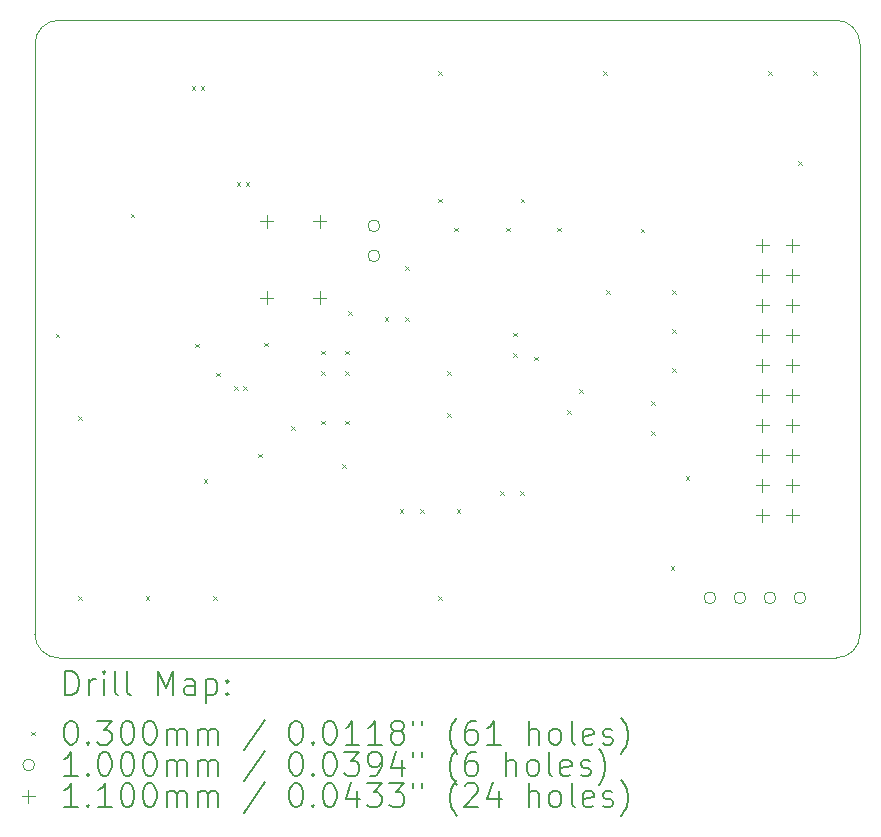
<source format=gbr>
%TF.GenerationSoftware,KiCad,Pcbnew,9.0.0*%
%TF.CreationDate,2025-07-06T16:44:18-05:00*%
%TF.ProjectId,silver-platter,73696c76-6572-42d7-906c-61747465722e,rev?*%
%TF.SameCoordinates,Original*%
%TF.FileFunction,Drillmap*%
%TF.FilePolarity,Positive*%
%FSLAX45Y45*%
G04 Gerber Fmt 4.5, Leading zero omitted, Abs format (unit mm)*
G04 Created by KiCad (PCBNEW 9.0.0) date 2025-07-06 16:44:18*
%MOMM*%
%LPD*%
G01*
G04 APERTURE LIST*
%ADD10C,0.050000*%
%ADD11C,0.200000*%
%ADD12C,0.100000*%
%ADD13C,0.110000*%
G04 APERTURE END LIST*
D10*
X11811000Y-7502500D02*
G75*
G02*
X12011000Y-7302500I200000J0D01*
G01*
X11811000Y-12500000D02*
X11811000Y-7502500D01*
X18796000Y-12500000D02*
G75*
G02*
X18596000Y-12700000I-200000J0D01*
G01*
X12011000Y-7302500D02*
X18596000Y-7302500D01*
X18596000Y-12700000D02*
X12011000Y-12700000D01*
X18796000Y-7502500D02*
X18796000Y-12500000D01*
X18596000Y-7302500D02*
G75*
G02*
X18796000Y-7502500I0J-200000D01*
G01*
X12011000Y-12700000D02*
G75*
G02*
X11811000Y-12500000I0J200000D01*
G01*
D11*
D12*
X11986500Y-9954500D02*
X12016500Y-9984500D01*
X12016500Y-9954500D02*
X11986500Y-9984500D01*
X12177000Y-10653000D02*
X12207000Y-10683000D01*
X12207000Y-10653000D02*
X12177000Y-10683000D01*
X12177000Y-12177000D02*
X12207000Y-12207000D01*
X12207000Y-12177000D02*
X12177000Y-12207000D01*
X12621500Y-8938500D02*
X12651500Y-8968500D01*
X12651500Y-8938500D02*
X12621500Y-8968500D01*
X12748500Y-12177000D02*
X12778500Y-12207000D01*
X12778500Y-12177000D02*
X12748500Y-12207000D01*
X13139550Y-7861650D02*
X13169550Y-7891650D01*
X13169550Y-7861650D02*
X13139550Y-7891650D01*
X13167600Y-10038650D02*
X13197600Y-10068650D01*
X13197600Y-10038650D02*
X13167600Y-10068650D01*
X13215750Y-7861650D02*
X13245750Y-7891650D01*
X13245750Y-7861650D02*
X13215750Y-7891650D01*
X13239100Y-11186400D02*
X13269100Y-11216400D01*
X13269100Y-11186400D02*
X13239100Y-11216400D01*
X13320000Y-12177000D02*
X13350000Y-12207000D01*
X13350000Y-12177000D02*
X13320000Y-12207000D01*
X13346500Y-10287350D02*
X13376500Y-10317350D01*
X13376500Y-10287350D02*
X13346500Y-10317350D01*
X13497800Y-10399000D02*
X13527800Y-10429000D01*
X13527800Y-10399000D02*
X13497800Y-10429000D01*
X13520550Y-8674450D02*
X13550550Y-8704450D01*
X13550550Y-8674450D02*
X13520550Y-8704450D01*
X13574000Y-10399000D02*
X13604000Y-10429000D01*
X13604000Y-10399000D02*
X13574000Y-10429000D01*
X13596750Y-8674450D02*
X13626750Y-8704450D01*
X13626750Y-8674450D02*
X13596750Y-8704450D01*
X13701000Y-10970500D02*
X13731000Y-11000500D01*
X13731000Y-10970500D02*
X13701000Y-11000500D01*
X13751800Y-10033350D02*
X13781800Y-10063350D01*
X13781800Y-10033350D02*
X13751800Y-10063350D01*
X13980400Y-10739250D02*
X14010400Y-10769250D01*
X14010400Y-10739250D02*
X13980400Y-10769250D01*
X14234400Y-10099500D02*
X14264400Y-10129500D01*
X14264400Y-10099500D02*
X14234400Y-10129500D01*
X14234400Y-10272000D02*
X14264400Y-10302000D01*
X14264400Y-10272000D02*
X14234400Y-10302000D01*
X14234400Y-10693750D02*
X14264400Y-10723750D01*
X14264400Y-10693750D02*
X14234400Y-10723750D01*
X14412200Y-11059400D02*
X14442200Y-11089400D01*
X14442200Y-11059400D02*
X14412200Y-11089400D01*
X14437600Y-10099500D02*
X14467600Y-10129500D01*
X14467600Y-10099500D02*
X14437600Y-10129500D01*
X14437600Y-10272000D02*
X14467600Y-10302000D01*
X14467600Y-10272000D02*
X14437600Y-10302000D01*
X14437600Y-10693750D02*
X14467600Y-10723750D01*
X14467600Y-10693750D02*
X14437600Y-10723750D01*
X14463000Y-9764000D02*
X14493000Y-9794000D01*
X14493000Y-9764000D02*
X14463000Y-9794000D01*
X14773100Y-9814800D02*
X14803100Y-9844800D01*
X14803100Y-9814800D02*
X14773100Y-9844800D01*
X14900100Y-11440400D02*
X14930100Y-11470400D01*
X14930100Y-11440400D02*
X14900100Y-11470400D01*
X14945600Y-9383000D02*
X14975600Y-9413000D01*
X14975600Y-9383000D02*
X14945600Y-9413000D01*
X14945600Y-9814800D02*
X14975600Y-9844800D01*
X14975600Y-9814800D02*
X14945600Y-9844800D01*
X15072600Y-11440400D02*
X15102600Y-11470400D01*
X15102600Y-11440400D02*
X15072600Y-11470400D01*
X15225000Y-7732000D02*
X15255000Y-7762000D01*
X15255000Y-7732000D02*
X15225000Y-7762000D01*
X15225000Y-8811500D02*
X15255000Y-8841500D01*
X15255000Y-8811500D02*
X15225000Y-8841500D01*
X15225000Y-12177000D02*
X15255000Y-12207000D01*
X15255000Y-12177000D02*
X15225000Y-12207000D01*
X15301200Y-10272000D02*
X15331200Y-10302000D01*
X15331200Y-10272000D02*
X15301200Y-10302000D01*
X15301200Y-10627600D02*
X15331200Y-10657600D01*
X15331200Y-10627600D02*
X15301200Y-10657600D01*
X15361700Y-9059400D02*
X15391700Y-9089400D01*
X15391700Y-9059400D02*
X15361700Y-9089400D01*
X15382700Y-11440400D02*
X15412700Y-11470400D01*
X15412700Y-11440400D02*
X15382700Y-11470400D01*
X15748350Y-11288000D02*
X15778350Y-11318000D01*
X15778350Y-11288000D02*
X15748350Y-11318000D01*
X15803200Y-9059400D02*
X15833200Y-9089400D01*
X15833200Y-9059400D02*
X15803200Y-9089400D01*
X15860000Y-9947100D02*
X15890000Y-9977100D01*
X15890000Y-9947100D02*
X15860000Y-9977100D01*
X15860000Y-10119600D02*
X15890000Y-10149600D01*
X15890000Y-10119600D02*
X15860000Y-10149600D01*
X15920850Y-11288000D02*
X15950850Y-11318000D01*
X15950850Y-11288000D02*
X15920850Y-11318000D01*
X15923500Y-8811500D02*
X15953500Y-8841500D01*
X15953500Y-8811500D02*
X15923500Y-8841500D01*
X16037800Y-10150300D02*
X16067800Y-10180300D01*
X16067800Y-10150300D02*
X16037800Y-10180300D01*
X16235000Y-9059400D02*
X16265000Y-9089400D01*
X16265000Y-9059400D02*
X16235000Y-9089400D01*
X16317200Y-10602200D02*
X16347200Y-10632200D01*
X16347200Y-10602200D02*
X16317200Y-10632200D01*
X16418800Y-10424400D02*
X16448800Y-10454400D01*
X16448800Y-10424400D02*
X16418800Y-10454400D01*
X16622000Y-7732000D02*
X16652000Y-7762000D01*
X16652000Y-7732000D02*
X16622000Y-7762000D01*
X16647400Y-9586200D02*
X16677400Y-9616200D01*
X16677400Y-9586200D02*
X16647400Y-9616200D01*
X16939500Y-9065500D02*
X16969500Y-9095500D01*
X16969500Y-9065500D02*
X16939500Y-9095500D01*
X17028400Y-10526000D02*
X17058400Y-10556000D01*
X17058400Y-10526000D02*
X17028400Y-10556000D01*
X17028400Y-10780000D02*
X17058400Y-10810000D01*
X17058400Y-10780000D02*
X17028400Y-10810000D01*
X17193500Y-11923000D02*
X17223500Y-11953000D01*
X17223500Y-11923000D02*
X17193500Y-11953000D01*
X17206200Y-9586200D02*
X17236200Y-9616200D01*
X17236200Y-9586200D02*
X17206200Y-9616200D01*
X17206200Y-9916400D02*
X17236200Y-9946400D01*
X17236200Y-9916400D02*
X17206200Y-9946400D01*
X17206200Y-10246600D02*
X17236200Y-10276600D01*
X17236200Y-10246600D02*
X17206200Y-10276600D01*
X17320500Y-11161000D02*
X17350500Y-11191000D01*
X17350500Y-11161000D02*
X17320500Y-11191000D01*
X18019000Y-7732000D02*
X18049000Y-7762000D01*
X18049000Y-7732000D02*
X18019000Y-7762000D01*
X18273000Y-8494000D02*
X18303000Y-8524000D01*
X18303000Y-8494000D02*
X18273000Y-8524000D01*
X18400000Y-7732000D02*
X18430000Y-7762000D01*
X18430000Y-7732000D02*
X18400000Y-7762000D01*
X14731200Y-9042400D02*
G75*
G02*
X14631200Y-9042400I-50000J0D01*
G01*
X14631200Y-9042400D02*
G75*
G02*
X14731200Y-9042400I50000J0D01*
G01*
X14731200Y-9296400D02*
G75*
G02*
X14631200Y-9296400I-50000J0D01*
G01*
X14631200Y-9296400D02*
G75*
G02*
X14731200Y-9296400I50000J0D01*
G01*
X17576000Y-12192000D02*
G75*
G02*
X17476000Y-12192000I-50000J0D01*
G01*
X17476000Y-12192000D02*
G75*
G02*
X17576000Y-12192000I50000J0D01*
G01*
X17830000Y-12192000D02*
G75*
G02*
X17730000Y-12192000I-50000J0D01*
G01*
X17730000Y-12192000D02*
G75*
G02*
X17830000Y-12192000I50000J0D01*
G01*
X18084000Y-12192000D02*
G75*
G02*
X17984000Y-12192000I-50000J0D01*
G01*
X17984000Y-12192000D02*
G75*
G02*
X18084000Y-12192000I50000J0D01*
G01*
X18338000Y-12192000D02*
G75*
G02*
X18238000Y-12192000I-50000J0D01*
G01*
X18238000Y-12192000D02*
G75*
G02*
X18338000Y-12192000I50000J0D01*
G01*
D13*
X13774000Y-8947000D02*
X13774000Y-9057000D01*
X13719000Y-9002000D02*
X13829000Y-9002000D01*
X13774000Y-9597000D02*
X13774000Y-9707000D01*
X13719000Y-9652000D02*
X13829000Y-9652000D01*
X14224000Y-8947000D02*
X14224000Y-9057000D01*
X14169000Y-9002000D02*
X14279000Y-9002000D01*
X14224000Y-9597000D02*
X14224000Y-9707000D01*
X14169000Y-9652000D02*
X14279000Y-9652000D01*
X17970500Y-9152500D02*
X17970500Y-9262500D01*
X17915500Y-9207500D02*
X18025500Y-9207500D01*
X17970500Y-9406500D02*
X17970500Y-9516500D01*
X17915500Y-9461500D02*
X18025500Y-9461500D01*
X17970500Y-9660500D02*
X17970500Y-9770500D01*
X17915500Y-9715500D02*
X18025500Y-9715500D01*
X17970500Y-9914500D02*
X17970500Y-10024500D01*
X17915500Y-9969500D02*
X18025500Y-9969500D01*
X17970500Y-10168500D02*
X17970500Y-10278500D01*
X17915500Y-10223500D02*
X18025500Y-10223500D01*
X17970500Y-10422500D02*
X17970500Y-10532500D01*
X17915500Y-10477500D02*
X18025500Y-10477500D01*
X17970500Y-10676500D02*
X17970500Y-10786500D01*
X17915500Y-10731500D02*
X18025500Y-10731500D01*
X17970500Y-10930500D02*
X17970500Y-11040500D01*
X17915500Y-10985500D02*
X18025500Y-10985500D01*
X17970500Y-11184500D02*
X17970500Y-11294500D01*
X17915500Y-11239500D02*
X18025500Y-11239500D01*
X17970500Y-11438500D02*
X17970500Y-11548500D01*
X17915500Y-11493500D02*
X18025500Y-11493500D01*
X18224500Y-9152500D02*
X18224500Y-9262500D01*
X18169500Y-9207500D02*
X18279500Y-9207500D01*
X18224500Y-9406500D02*
X18224500Y-9516500D01*
X18169500Y-9461500D02*
X18279500Y-9461500D01*
X18224500Y-9660500D02*
X18224500Y-9770500D01*
X18169500Y-9715500D02*
X18279500Y-9715500D01*
X18224500Y-9914500D02*
X18224500Y-10024500D01*
X18169500Y-9969500D02*
X18279500Y-9969500D01*
X18224500Y-10168500D02*
X18224500Y-10278500D01*
X18169500Y-10223500D02*
X18279500Y-10223500D01*
X18224500Y-10422500D02*
X18224500Y-10532500D01*
X18169500Y-10477500D02*
X18279500Y-10477500D01*
X18224500Y-10676500D02*
X18224500Y-10786500D01*
X18169500Y-10731500D02*
X18279500Y-10731500D01*
X18224500Y-10930500D02*
X18224500Y-11040500D01*
X18169500Y-10985500D02*
X18279500Y-10985500D01*
X18224500Y-11184500D02*
X18224500Y-11294500D01*
X18169500Y-11239500D02*
X18279500Y-11239500D01*
X18224500Y-11438500D02*
X18224500Y-11548500D01*
X18169500Y-11493500D02*
X18279500Y-11493500D01*
D11*
X12069277Y-13013984D02*
X12069277Y-12813984D01*
X12069277Y-12813984D02*
X12116896Y-12813984D01*
X12116896Y-12813984D02*
X12145467Y-12823508D01*
X12145467Y-12823508D02*
X12164515Y-12842555D01*
X12164515Y-12842555D02*
X12174039Y-12861603D01*
X12174039Y-12861603D02*
X12183562Y-12899698D01*
X12183562Y-12899698D02*
X12183562Y-12928269D01*
X12183562Y-12928269D02*
X12174039Y-12966365D01*
X12174039Y-12966365D02*
X12164515Y-12985412D01*
X12164515Y-12985412D02*
X12145467Y-13004460D01*
X12145467Y-13004460D02*
X12116896Y-13013984D01*
X12116896Y-13013984D02*
X12069277Y-13013984D01*
X12269277Y-13013984D02*
X12269277Y-12880650D01*
X12269277Y-12918746D02*
X12278801Y-12899698D01*
X12278801Y-12899698D02*
X12288324Y-12890174D01*
X12288324Y-12890174D02*
X12307372Y-12880650D01*
X12307372Y-12880650D02*
X12326420Y-12880650D01*
X12393086Y-13013984D02*
X12393086Y-12880650D01*
X12393086Y-12813984D02*
X12383562Y-12823508D01*
X12383562Y-12823508D02*
X12393086Y-12833031D01*
X12393086Y-12833031D02*
X12402610Y-12823508D01*
X12402610Y-12823508D02*
X12393086Y-12813984D01*
X12393086Y-12813984D02*
X12393086Y-12833031D01*
X12516896Y-13013984D02*
X12497848Y-13004460D01*
X12497848Y-13004460D02*
X12488324Y-12985412D01*
X12488324Y-12985412D02*
X12488324Y-12813984D01*
X12621658Y-13013984D02*
X12602610Y-13004460D01*
X12602610Y-13004460D02*
X12593086Y-12985412D01*
X12593086Y-12985412D02*
X12593086Y-12813984D01*
X12850229Y-13013984D02*
X12850229Y-12813984D01*
X12850229Y-12813984D02*
X12916896Y-12956841D01*
X12916896Y-12956841D02*
X12983562Y-12813984D01*
X12983562Y-12813984D02*
X12983562Y-13013984D01*
X13164515Y-13013984D02*
X13164515Y-12909222D01*
X13164515Y-12909222D02*
X13154991Y-12890174D01*
X13154991Y-12890174D02*
X13135943Y-12880650D01*
X13135943Y-12880650D02*
X13097848Y-12880650D01*
X13097848Y-12880650D02*
X13078801Y-12890174D01*
X13164515Y-13004460D02*
X13145467Y-13013984D01*
X13145467Y-13013984D02*
X13097848Y-13013984D01*
X13097848Y-13013984D02*
X13078801Y-13004460D01*
X13078801Y-13004460D02*
X13069277Y-12985412D01*
X13069277Y-12985412D02*
X13069277Y-12966365D01*
X13069277Y-12966365D02*
X13078801Y-12947317D01*
X13078801Y-12947317D02*
X13097848Y-12937793D01*
X13097848Y-12937793D02*
X13145467Y-12937793D01*
X13145467Y-12937793D02*
X13164515Y-12928269D01*
X13259753Y-12880650D02*
X13259753Y-13080650D01*
X13259753Y-12890174D02*
X13278801Y-12880650D01*
X13278801Y-12880650D02*
X13316896Y-12880650D01*
X13316896Y-12880650D02*
X13335943Y-12890174D01*
X13335943Y-12890174D02*
X13345467Y-12899698D01*
X13345467Y-12899698D02*
X13354991Y-12918746D01*
X13354991Y-12918746D02*
X13354991Y-12975888D01*
X13354991Y-12975888D02*
X13345467Y-12994936D01*
X13345467Y-12994936D02*
X13335943Y-13004460D01*
X13335943Y-13004460D02*
X13316896Y-13013984D01*
X13316896Y-13013984D02*
X13278801Y-13013984D01*
X13278801Y-13013984D02*
X13259753Y-13004460D01*
X13440705Y-12994936D02*
X13450229Y-13004460D01*
X13450229Y-13004460D02*
X13440705Y-13013984D01*
X13440705Y-13013984D02*
X13431182Y-13004460D01*
X13431182Y-13004460D02*
X13440705Y-12994936D01*
X13440705Y-12994936D02*
X13440705Y-13013984D01*
X13440705Y-12890174D02*
X13450229Y-12899698D01*
X13450229Y-12899698D02*
X13440705Y-12909222D01*
X13440705Y-12909222D02*
X13431182Y-12899698D01*
X13431182Y-12899698D02*
X13440705Y-12890174D01*
X13440705Y-12890174D02*
X13440705Y-12909222D01*
D12*
X11778500Y-13327500D02*
X11808500Y-13357500D01*
X11808500Y-13327500D02*
X11778500Y-13357500D01*
D11*
X12107372Y-13233984D02*
X12126420Y-13233984D01*
X12126420Y-13233984D02*
X12145467Y-13243508D01*
X12145467Y-13243508D02*
X12154991Y-13253031D01*
X12154991Y-13253031D02*
X12164515Y-13272079D01*
X12164515Y-13272079D02*
X12174039Y-13310174D01*
X12174039Y-13310174D02*
X12174039Y-13357793D01*
X12174039Y-13357793D02*
X12164515Y-13395888D01*
X12164515Y-13395888D02*
X12154991Y-13414936D01*
X12154991Y-13414936D02*
X12145467Y-13424460D01*
X12145467Y-13424460D02*
X12126420Y-13433984D01*
X12126420Y-13433984D02*
X12107372Y-13433984D01*
X12107372Y-13433984D02*
X12088324Y-13424460D01*
X12088324Y-13424460D02*
X12078801Y-13414936D01*
X12078801Y-13414936D02*
X12069277Y-13395888D01*
X12069277Y-13395888D02*
X12059753Y-13357793D01*
X12059753Y-13357793D02*
X12059753Y-13310174D01*
X12059753Y-13310174D02*
X12069277Y-13272079D01*
X12069277Y-13272079D02*
X12078801Y-13253031D01*
X12078801Y-13253031D02*
X12088324Y-13243508D01*
X12088324Y-13243508D02*
X12107372Y-13233984D01*
X12259753Y-13414936D02*
X12269277Y-13424460D01*
X12269277Y-13424460D02*
X12259753Y-13433984D01*
X12259753Y-13433984D02*
X12250229Y-13424460D01*
X12250229Y-13424460D02*
X12259753Y-13414936D01*
X12259753Y-13414936D02*
X12259753Y-13433984D01*
X12335943Y-13233984D02*
X12459753Y-13233984D01*
X12459753Y-13233984D02*
X12393086Y-13310174D01*
X12393086Y-13310174D02*
X12421658Y-13310174D01*
X12421658Y-13310174D02*
X12440705Y-13319698D01*
X12440705Y-13319698D02*
X12450229Y-13329222D01*
X12450229Y-13329222D02*
X12459753Y-13348269D01*
X12459753Y-13348269D02*
X12459753Y-13395888D01*
X12459753Y-13395888D02*
X12450229Y-13414936D01*
X12450229Y-13414936D02*
X12440705Y-13424460D01*
X12440705Y-13424460D02*
X12421658Y-13433984D01*
X12421658Y-13433984D02*
X12364515Y-13433984D01*
X12364515Y-13433984D02*
X12345467Y-13424460D01*
X12345467Y-13424460D02*
X12335943Y-13414936D01*
X12583562Y-13233984D02*
X12602610Y-13233984D01*
X12602610Y-13233984D02*
X12621658Y-13243508D01*
X12621658Y-13243508D02*
X12631182Y-13253031D01*
X12631182Y-13253031D02*
X12640705Y-13272079D01*
X12640705Y-13272079D02*
X12650229Y-13310174D01*
X12650229Y-13310174D02*
X12650229Y-13357793D01*
X12650229Y-13357793D02*
X12640705Y-13395888D01*
X12640705Y-13395888D02*
X12631182Y-13414936D01*
X12631182Y-13414936D02*
X12621658Y-13424460D01*
X12621658Y-13424460D02*
X12602610Y-13433984D01*
X12602610Y-13433984D02*
X12583562Y-13433984D01*
X12583562Y-13433984D02*
X12564515Y-13424460D01*
X12564515Y-13424460D02*
X12554991Y-13414936D01*
X12554991Y-13414936D02*
X12545467Y-13395888D01*
X12545467Y-13395888D02*
X12535943Y-13357793D01*
X12535943Y-13357793D02*
X12535943Y-13310174D01*
X12535943Y-13310174D02*
X12545467Y-13272079D01*
X12545467Y-13272079D02*
X12554991Y-13253031D01*
X12554991Y-13253031D02*
X12564515Y-13243508D01*
X12564515Y-13243508D02*
X12583562Y-13233984D01*
X12774039Y-13233984D02*
X12793086Y-13233984D01*
X12793086Y-13233984D02*
X12812134Y-13243508D01*
X12812134Y-13243508D02*
X12821658Y-13253031D01*
X12821658Y-13253031D02*
X12831182Y-13272079D01*
X12831182Y-13272079D02*
X12840705Y-13310174D01*
X12840705Y-13310174D02*
X12840705Y-13357793D01*
X12840705Y-13357793D02*
X12831182Y-13395888D01*
X12831182Y-13395888D02*
X12821658Y-13414936D01*
X12821658Y-13414936D02*
X12812134Y-13424460D01*
X12812134Y-13424460D02*
X12793086Y-13433984D01*
X12793086Y-13433984D02*
X12774039Y-13433984D01*
X12774039Y-13433984D02*
X12754991Y-13424460D01*
X12754991Y-13424460D02*
X12745467Y-13414936D01*
X12745467Y-13414936D02*
X12735943Y-13395888D01*
X12735943Y-13395888D02*
X12726420Y-13357793D01*
X12726420Y-13357793D02*
X12726420Y-13310174D01*
X12726420Y-13310174D02*
X12735943Y-13272079D01*
X12735943Y-13272079D02*
X12745467Y-13253031D01*
X12745467Y-13253031D02*
X12754991Y-13243508D01*
X12754991Y-13243508D02*
X12774039Y-13233984D01*
X12926420Y-13433984D02*
X12926420Y-13300650D01*
X12926420Y-13319698D02*
X12935943Y-13310174D01*
X12935943Y-13310174D02*
X12954991Y-13300650D01*
X12954991Y-13300650D02*
X12983563Y-13300650D01*
X12983563Y-13300650D02*
X13002610Y-13310174D01*
X13002610Y-13310174D02*
X13012134Y-13329222D01*
X13012134Y-13329222D02*
X13012134Y-13433984D01*
X13012134Y-13329222D02*
X13021658Y-13310174D01*
X13021658Y-13310174D02*
X13040705Y-13300650D01*
X13040705Y-13300650D02*
X13069277Y-13300650D01*
X13069277Y-13300650D02*
X13088324Y-13310174D01*
X13088324Y-13310174D02*
X13097848Y-13329222D01*
X13097848Y-13329222D02*
X13097848Y-13433984D01*
X13193086Y-13433984D02*
X13193086Y-13300650D01*
X13193086Y-13319698D02*
X13202610Y-13310174D01*
X13202610Y-13310174D02*
X13221658Y-13300650D01*
X13221658Y-13300650D02*
X13250229Y-13300650D01*
X13250229Y-13300650D02*
X13269277Y-13310174D01*
X13269277Y-13310174D02*
X13278801Y-13329222D01*
X13278801Y-13329222D02*
X13278801Y-13433984D01*
X13278801Y-13329222D02*
X13288324Y-13310174D01*
X13288324Y-13310174D02*
X13307372Y-13300650D01*
X13307372Y-13300650D02*
X13335943Y-13300650D01*
X13335943Y-13300650D02*
X13354991Y-13310174D01*
X13354991Y-13310174D02*
X13364515Y-13329222D01*
X13364515Y-13329222D02*
X13364515Y-13433984D01*
X13754991Y-13224460D02*
X13583563Y-13481603D01*
X14012134Y-13233984D02*
X14031182Y-13233984D01*
X14031182Y-13233984D02*
X14050229Y-13243508D01*
X14050229Y-13243508D02*
X14059753Y-13253031D01*
X14059753Y-13253031D02*
X14069277Y-13272079D01*
X14069277Y-13272079D02*
X14078801Y-13310174D01*
X14078801Y-13310174D02*
X14078801Y-13357793D01*
X14078801Y-13357793D02*
X14069277Y-13395888D01*
X14069277Y-13395888D02*
X14059753Y-13414936D01*
X14059753Y-13414936D02*
X14050229Y-13424460D01*
X14050229Y-13424460D02*
X14031182Y-13433984D01*
X14031182Y-13433984D02*
X14012134Y-13433984D01*
X14012134Y-13433984D02*
X13993086Y-13424460D01*
X13993086Y-13424460D02*
X13983563Y-13414936D01*
X13983563Y-13414936D02*
X13974039Y-13395888D01*
X13974039Y-13395888D02*
X13964515Y-13357793D01*
X13964515Y-13357793D02*
X13964515Y-13310174D01*
X13964515Y-13310174D02*
X13974039Y-13272079D01*
X13974039Y-13272079D02*
X13983563Y-13253031D01*
X13983563Y-13253031D02*
X13993086Y-13243508D01*
X13993086Y-13243508D02*
X14012134Y-13233984D01*
X14164515Y-13414936D02*
X14174039Y-13424460D01*
X14174039Y-13424460D02*
X14164515Y-13433984D01*
X14164515Y-13433984D02*
X14154991Y-13424460D01*
X14154991Y-13424460D02*
X14164515Y-13414936D01*
X14164515Y-13414936D02*
X14164515Y-13433984D01*
X14297848Y-13233984D02*
X14316896Y-13233984D01*
X14316896Y-13233984D02*
X14335944Y-13243508D01*
X14335944Y-13243508D02*
X14345467Y-13253031D01*
X14345467Y-13253031D02*
X14354991Y-13272079D01*
X14354991Y-13272079D02*
X14364515Y-13310174D01*
X14364515Y-13310174D02*
X14364515Y-13357793D01*
X14364515Y-13357793D02*
X14354991Y-13395888D01*
X14354991Y-13395888D02*
X14345467Y-13414936D01*
X14345467Y-13414936D02*
X14335944Y-13424460D01*
X14335944Y-13424460D02*
X14316896Y-13433984D01*
X14316896Y-13433984D02*
X14297848Y-13433984D01*
X14297848Y-13433984D02*
X14278801Y-13424460D01*
X14278801Y-13424460D02*
X14269277Y-13414936D01*
X14269277Y-13414936D02*
X14259753Y-13395888D01*
X14259753Y-13395888D02*
X14250229Y-13357793D01*
X14250229Y-13357793D02*
X14250229Y-13310174D01*
X14250229Y-13310174D02*
X14259753Y-13272079D01*
X14259753Y-13272079D02*
X14269277Y-13253031D01*
X14269277Y-13253031D02*
X14278801Y-13243508D01*
X14278801Y-13243508D02*
X14297848Y-13233984D01*
X14554991Y-13433984D02*
X14440706Y-13433984D01*
X14497848Y-13433984D02*
X14497848Y-13233984D01*
X14497848Y-13233984D02*
X14478801Y-13262555D01*
X14478801Y-13262555D02*
X14459753Y-13281603D01*
X14459753Y-13281603D02*
X14440706Y-13291127D01*
X14745467Y-13433984D02*
X14631182Y-13433984D01*
X14688325Y-13433984D02*
X14688325Y-13233984D01*
X14688325Y-13233984D02*
X14669277Y-13262555D01*
X14669277Y-13262555D02*
X14650229Y-13281603D01*
X14650229Y-13281603D02*
X14631182Y-13291127D01*
X14859753Y-13319698D02*
X14840706Y-13310174D01*
X14840706Y-13310174D02*
X14831182Y-13300650D01*
X14831182Y-13300650D02*
X14821658Y-13281603D01*
X14821658Y-13281603D02*
X14821658Y-13272079D01*
X14821658Y-13272079D02*
X14831182Y-13253031D01*
X14831182Y-13253031D02*
X14840706Y-13243508D01*
X14840706Y-13243508D02*
X14859753Y-13233984D01*
X14859753Y-13233984D02*
X14897848Y-13233984D01*
X14897848Y-13233984D02*
X14916896Y-13243508D01*
X14916896Y-13243508D02*
X14926420Y-13253031D01*
X14926420Y-13253031D02*
X14935944Y-13272079D01*
X14935944Y-13272079D02*
X14935944Y-13281603D01*
X14935944Y-13281603D02*
X14926420Y-13300650D01*
X14926420Y-13300650D02*
X14916896Y-13310174D01*
X14916896Y-13310174D02*
X14897848Y-13319698D01*
X14897848Y-13319698D02*
X14859753Y-13319698D01*
X14859753Y-13319698D02*
X14840706Y-13329222D01*
X14840706Y-13329222D02*
X14831182Y-13338746D01*
X14831182Y-13338746D02*
X14821658Y-13357793D01*
X14821658Y-13357793D02*
X14821658Y-13395888D01*
X14821658Y-13395888D02*
X14831182Y-13414936D01*
X14831182Y-13414936D02*
X14840706Y-13424460D01*
X14840706Y-13424460D02*
X14859753Y-13433984D01*
X14859753Y-13433984D02*
X14897848Y-13433984D01*
X14897848Y-13433984D02*
X14916896Y-13424460D01*
X14916896Y-13424460D02*
X14926420Y-13414936D01*
X14926420Y-13414936D02*
X14935944Y-13395888D01*
X14935944Y-13395888D02*
X14935944Y-13357793D01*
X14935944Y-13357793D02*
X14926420Y-13338746D01*
X14926420Y-13338746D02*
X14916896Y-13329222D01*
X14916896Y-13329222D02*
X14897848Y-13319698D01*
X15012134Y-13233984D02*
X15012134Y-13272079D01*
X15088325Y-13233984D02*
X15088325Y-13272079D01*
X15383563Y-13510174D02*
X15374039Y-13500650D01*
X15374039Y-13500650D02*
X15354991Y-13472079D01*
X15354991Y-13472079D02*
X15345468Y-13453031D01*
X15345468Y-13453031D02*
X15335944Y-13424460D01*
X15335944Y-13424460D02*
X15326420Y-13376841D01*
X15326420Y-13376841D02*
X15326420Y-13338746D01*
X15326420Y-13338746D02*
X15335944Y-13291127D01*
X15335944Y-13291127D02*
X15345468Y-13262555D01*
X15345468Y-13262555D02*
X15354991Y-13243508D01*
X15354991Y-13243508D02*
X15374039Y-13214936D01*
X15374039Y-13214936D02*
X15383563Y-13205412D01*
X15545468Y-13233984D02*
X15507372Y-13233984D01*
X15507372Y-13233984D02*
X15488325Y-13243508D01*
X15488325Y-13243508D02*
X15478801Y-13253031D01*
X15478801Y-13253031D02*
X15459753Y-13281603D01*
X15459753Y-13281603D02*
X15450229Y-13319698D01*
X15450229Y-13319698D02*
X15450229Y-13395888D01*
X15450229Y-13395888D02*
X15459753Y-13414936D01*
X15459753Y-13414936D02*
X15469277Y-13424460D01*
X15469277Y-13424460D02*
X15488325Y-13433984D01*
X15488325Y-13433984D02*
X15526420Y-13433984D01*
X15526420Y-13433984D02*
X15545468Y-13424460D01*
X15545468Y-13424460D02*
X15554991Y-13414936D01*
X15554991Y-13414936D02*
X15564515Y-13395888D01*
X15564515Y-13395888D02*
X15564515Y-13348269D01*
X15564515Y-13348269D02*
X15554991Y-13329222D01*
X15554991Y-13329222D02*
X15545468Y-13319698D01*
X15545468Y-13319698D02*
X15526420Y-13310174D01*
X15526420Y-13310174D02*
X15488325Y-13310174D01*
X15488325Y-13310174D02*
X15469277Y-13319698D01*
X15469277Y-13319698D02*
X15459753Y-13329222D01*
X15459753Y-13329222D02*
X15450229Y-13348269D01*
X15754991Y-13433984D02*
X15640706Y-13433984D01*
X15697848Y-13433984D02*
X15697848Y-13233984D01*
X15697848Y-13233984D02*
X15678801Y-13262555D01*
X15678801Y-13262555D02*
X15659753Y-13281603D01*
X15659753Y-13281603D02*
X15640706Y-13291127D01*
X15993087Y-13433984D02*
X15993087Y-13233984D01*
X16078801Y-13433984D02*
X16078801Y-13329222D01*
X16078801Y-13329222D02*
X16069277Y-13310174D01*
X16069277Y-13310174D02*
X16050230Y-13300650D01*
X16050230Y-13300650D02*
X16021658Y-13300650D01*
X16021658Y-13300650D02*
X16002610Y-13310174D01*
X16002610Y-13310174D02*
X15993087Y-13319698D01*
X16202610Y-13433984D02*
X16183563Y-13424460D01*
X16183563Y-13424460D02*
X16174039Y-13414936D01*
X16174039Y-13414936D02*
X16164515Y-13395888D01*
X16164515Y-13395888D02*
X16164515Y-13338746D01*
X16164515Y-13338746D02*
X16174039Y-13319698D01*
X16174039Y-13319698D02*
X16183563Y-13310174D01*
X16183563Y-13310174D02*
X16202610Y-13300650D01*
X16202610Y-13300650D02*
X16231182Y-13300650D01*
X16231182Y-13300650D02*
X16250230Y-13310174D01*
X16250230Y-13310174D02*
X16259753Y-13319698D01*
X16259753Y-13319698D02*
X16269277Y-13338746D01*
X16269277Y-13338746D02*
X16269277Y-13395888D01*
X16269277Y-13395888D02*
X16259753Y-13414936D01*
X16259753Y-13414936D02*
X16250230Y-13424460D01*
X16250230Y-13424460D02*
X16231182Y-13433984D01*
X16231182Y-13433984D02*
X16202610Y-13433984D01*
X16383563Y-13433984D02*
X16364515Y-13424460D01*
X16364515Y-13424460D02*
X16354991Y-13405412D01*
X16354991Y-13405412D02*
X16354991Y-13233984D01*
X16535944Y-13424460D02*
X16516896Y-13433984D01*
X16516896Y-13433984D02*
X16478801Y-13433984D01*
X16478801Y-13433984D02*
X16459753Y-13424460D01*
X16459753Y-13424460D02*
X16450230Y-13405412D01*
X16450230Y-13405412D02*
X16450230Y-13329222D01*
X16450230Y-13329222D02*
X16459753Y-13310174D01*
X16459753Y-13310174D02*
X16478801Y-13300650D01*
X16478801Y-13300650D02*
X16516896Y-13300650D01*
X16516896Y-13300650D02*
X16535944Y-13310174D01*
X16535944Y-13310174D02*
X16545468Y-13329222D01*
X16545468Y-13329222D02*
X16545468Y-13348269D01*
X16545468Y-13348269D02*
X16450230Y-13367317D01*
X16621658Y-13424460D02*
X16640706Y-13433984D01*
X16640706Y-13433984D02*
X16678801Y-13433984D01*
X16678801Y-13433984D02*
X16697849Y-13424460D01*
X16697849Y-13424460D02*
X16707372Y-13405412D01*
X16707372Y-13405412D02*
X16707372Y-13395888D01*
X16707372Y-13395888D02*
X16697849Y-13376841D01*
X16697849Y-13376841D02*
X16678801Y-13367317D01*
X16678801Y-13367317D02*
X16650230Y-13367317D01*
X16650230Y-13367317D02*
X16631182Y-13357793D01*
X16631182Y-13357793D02*
X16621658Y-13338746D01*
X16621658Y-13338746D02*
X16621658Y-13329222D01*
X16621658Y-13329222D02*
X16631182Y-13310174D01*
X16631182Y-13310174D02*
X16650230Y-13300650D01*
X16650230Y-13300650D02*
X16678801Y-13300650D01*
X16678801Y-13300650D02*
X16697849Y-13310174D01*
X16774039Y-13510174D02*
X16783563Y-13500650D01*
X16783563Y-13500650D02*
X16802611Y-13472079D01*
X16802611Y-13472079D02*
X16812134Y-13453031D01*
X16812134Y-13453031D02*
X16821658Y-13424460D01*
X16821658Y-13424460D02*
X16831182Y-13376841D01*
X16831182Y-13376841D02*
X16831182Y-13338746D01*
X16831182Y-13338746D02*
X16821658Y-13291127D01*
X16821658Y-13291127D02*
X16812134Y-13262555D01*
X16812134Y-13262555D02*
X16802611Y-13243508D01*
X16802611Y-13243508D02*
X16783563Y-13214936D01*
X16783563Y-13214936D02*
X16774039Y-13205412D01*
D12*
X11808500Y-13606500D02*
G75*
G02*
X11708500Y-13606500I-50000J0D01*
G01*
X11708500Y-13606500D02*
G75*
G02*
X11808500Y-13606500I50000J0D01*
G01*
D11*
X12174039Y-13697984D02*
X12059753Y-13697984D01*
X12116896Y-13697984D02*
X12116896Y-13497984D01*
X12116896Y-13497984D02*
X12097848Y-13526555D01*
X12097848Y-13526555D02*
X12078801Y-13545603D01*
X12078801Y-13545603D02*
X12059753Y-13555127D01*
X12259753Y-13678936D02*
X12269277Y-13688460D01*
X12269277Y-13688460D02*
X12259753Y-13697984D01*
X12259753Y-13697984D02*
X12250229Y-13688460D01*
X12250229Y-13688460D02*
X12259753Y-13678936D01*
X12259753Y-13678936D02*
X12259753Y-13697984D01*
X12393086Y-13497984D02*
X12412134Y-13497984D01*
X12412134Y-13497984D02*
X12431182Y-13507508D01*
X12431182Y-13507508D02*
X12440705Y-13517031D01*
X12440705Y-13517031D02*
X12450229Y-13536079D01*
X12450229Y-13536079D02*
X12459753Y-13574174D01*
X12459753Y-13574174D02*
X12459753Y-13621793D01*
X12459753Y-13621793D02*
X12450229Y-13659888D01*
X12450229Y-13659888D02*
X12440705Y-13678936D01*
X12440705Y-13678936D02*
X12431182Y-13688460D01*
X12431182Y-13688460D02*
X12412134Y-13697984D01*
X12412134Y-13697984D02*
X12393086Y-13697984D01*
X12393086Y-13697984D02*
X12374039Y-13688460D01*
X12374039Y-13688460D02*
X12364515Y-13678936D01*
X12364515Y-13678936D02*
X12354991Y-13659888D01*
X12354991Y-13659888D02*
X12345467Y-13621793D01*
X12345467Y-13621793D02*
X12345467Y-13574174D01*
X12345467Y-13574174D02*
X12354991Y-13536079D01*
X12354991Y-13536079D02*
X12364515Y-13517031D01*
X12364515Y-13517031D02*
X12374039Y-13507508D01*
X12374039Y-13507508D02*
X12393086Y-13497984D01*
X12583562Y-13497984D02*
X12602610Y-13497984D01*
X12602610Y-13497984D02*
X12621658Y-13507508D01*
X12621658Y-13507508D02*
X12631182Y-13517031D01*
X12631182Y-13517031D02*
X12640705Y-13536079D01*
X12640705Y-13536079D02*
X12650229Y-13574174D01*
X12650229Y-13574174D02*
X12650229Y-13621793D01*
X12650229Y-13621793D02*
X12640705Y-13659888D01*
X12640705Y-13659888D02*
X12631182Y-13678936D01*
X12631182Y-13678936D02*
X12621658Y-13688460D01*
X12621658Y-13688460D02*
X12602610Y-13697984D01*
X12602610Y-13697984D02*
X12583562Y-13697984D01*
X12583562Y-13697984D02*
X12564515Y-13688460D01*
X12564515Y-13688460D02*
X12554991Y-13678936D01*
X12554991Y-13678936D02*
X12545467Y-13659888D01*
X12545467Y-13659888D02*
X12535943Y-13621793D01*
X12535943Y-13621793D02*
X12535943Y-13574174D01*
X12535943Y-13574174D02*
X12545467Y-13536079D01*
X12545467Y-13536079D02*
X12554991Y-13517031D01*
X12554991Y-13517031D02*
X12564515Y-13507508D01*
X12564515Y-13507508D02*
X12583562Y-13497984D01*
X12774039Y-13497984D02*
X12793086Y-13497984D01*
X12793086Y-13497984D02*
X12812134Y-13507508D01*
X12812134Y-13507508D02*
X12821658Y-13517031D01*
X12821658Y-13517031D02*
X12831182Y-13536079D01*
X12831182Y-13536079D02*
X12840705Y-13574174D01*
X12840705Y-13574174D02*
X12840705Y-13621793D01*
X12840705Y-13621793D02*
X12831182Y-13659888D01*
X12831182Y-13659888D02*
X12821658Y-13678936D01*
X12821658Y-13678936D02*
X12812134Y-13688460D01*
X12812134Y-13688460D02*
X12793086Y-13697984D01*
X12793086Y-13697984D02*
X12774039Y-13697984D01*
X12774039Y-13697984D02*
X12754991Y-13688460D01*
X12754991Y-13688460D02*
X12745467Y-13678936D01*
X12745467Y-13678936D02*
X12735943Y-13659888D01*
X12735943Y-13659888D02*
X12726420Y-13621793D01*
X12726420Y-13621793D02*
X12726420Y-13574174D01*
X12726420Y-13574174D02*
X12735943Y-13536079D01*
X12735943Y-13536079D02*
X12745467Y-13517031D01*
X12745467Y-13517031D02*
X12754991Y-13507508D01*
X12754991Y-13507508D02*
X12774039Y-13497984D01*
X12926420Y-13697984D02*
X12926420Y-13564650D01*
X12926420Y-13583698D02*
X12935943Y-13574174D01*
X12935943Y-13574174D02*
X12954991Y-13564650D01*
X12954991Y-13564650D02*
X12983563Y-13564650D01*
X12983563Y-13564650D02*
X13002610Y-13574174D01*
X13002610Y-13574174D02*
X13012134Y-13593222D01*
X13012134Y-13593222D02*
X13012134Y-13697984D01*
X13012134Y-13593222D02*
X13021658Y-13574174D01*
X13021658Y-13574174D02*
X13040705Y-13564650D01*
X13040705Y-13564650D02*
X13069277Y-13564650D01*
X13069277Y-13564650D02*
X13088324Y-13574174D01*
X13088324Y-13574174D02*
X13097848Y-13593222D01*
X13097848Y-13593222D02*
X13097848Y-13697984D01*
X13193086Y-13697984D02*
X13193086Y-13564650D01*
X13193086Y-13583698D02*
X13202610Y-13574174D01*
X13202610Y-13574174D02*
X13221658Y-13564650D01*
X13221658Y-13564650D02*
X13250229Y-13564650D01*
X13250229Y-13564650D02*
X13269277Y-13574174D01*
X13269277Y-13574174D02*
X13278801Y-13593222D01*
X13278801Y-13593222D02*
X13278801Y-13697984D01*
X13278801Y-13593222D02*
X13288324Y-13574174D01*
X13288324Y-13574174D02*
X13307372Y-13564650D01*
X13307372Y-13564650D02*
X13335943Y-13564650D01*
X13335943Y-13564650D02*
X13354991Y-13574174D01*
X13354991Y-13574174D02*
X13364515Y-13593222D01*
X13364515Y-13593222D02*
X13364515Y-13697984D01*
X13754991Y-13488460D02*
X13583563Y-13745603D01*
X14012134Y-13497984D02*
X14031182Y-13497984D01*
X14031182Y-13497984D02*
X14050229Y-13507508D01*
X14050229Y-13507508D02*
X14059753Y-13517031D01*
X14059753Y-13517031D02*
X14069277Y-13536079D01*
X14069277Y-13536079D02*
X14078801Y-13574174D01*
X14078801Y-13574174D02*
X14078801Y-13621793D01*
X14078801Y-13621793D02*
X14069277Y-13659888D01*
X14069277Y-13659888D02*
X14059753Y-13678936D01*
X14059753Y-13678936D02*
X14050229Y-13688460D01*
X14050229Y-13688460D02*
X14031182Y-13697984D01*
X14031182Y-13697984D02*
X14012134Y-13697984D01*
X14012134Y-13697984D02*
X13993086Y-13688460D01*
X13993086Y-13688460D02*
X13983563Y-13678936D01*
X13983563Y-13678936D02*
X13974039Y-13659888D01*
X13974039Y-13659888D02*
X13964515Y-13621793D01*
X13964515Y-13621793D02*
X13964515Y-13574174D01*
X13964515Y-13574174D02*
X13974039Y-13536079D01*
X13974039Y-13536079D02*
X13983563Y-13517031D01*
X13983563Y-13517031D02*
X13993086Y-13507508D01*
X13993086Y-13507508D02*
X14012134Y-13497984D01*
X14164515Y-13678936D02*
X14174039Y-13688460D01*
X14174039Y-13688460D02*
X14164515Y-13697984D01*
X14164515Y-13697984D02*
X14154991Y-13688460D01*
X14154991Y-13688460D02*
X14164515Y-13678936D01*
X14164515Y-13678936D02*
X14164515Y-13697984D01*
X14297848Y-13497984D02*
X14316896Y-13497984D01*
X14316896Y-13497984D02*
X14335944Y-13507508D01*
X14335944Y-13507508D02*
X14345467Y-13517031D01*
X14345467Y-13517031D02*
X14354991Y-13536079D01*
X14354991Y-13536079D02*
X14364515Y-13574174D01*
X14364515Y-13574174D02*
X14364515Y-13621793D01*
X14364515Y-13621793D02*
X14354991Y-13659888D01*
X14354991Y-13659888D02*
X14345467Y-13678936D01*
X14345467Y-13678936D02*
X14335944Y-13688460D01*
X14335944Y-13688460D02*
X14316896Y-13697984D01*
X14316896Y-13697984D02*
X14297848Y-13697984D01*
X14297848Y-13697984D02*
X14278801Y-13688460D01*
X14278801Y-13688460D02*
X14269277Y-13678936D01*
X14269277Y-13678936D02*
X14259753Y-13659888D01*
X14259753Y-13659888D02*
X14250229Y-13621793D01*
X14250229Y-13621793D02*
X14250229Y-13574174D01*
X14250229Y-13574174D02*
X14259753Y-13536079D01*
X14259753Y-13536079D02*
X14269277Y-13517031D01*
X14269277Y-13517031D02*
X14278801Y-13507508D01*
X14278801Y-13507508D02*
X14297848Y-13497984D01*
X14431182Y-13497984D02*
X14554991Y-13497984D01*
X14554991Y-13497984D02*
X14488325Y-13574174D01*
X14488325Y-13574174D02*
X14516896Y-13574174D01*
X14516896Y-13574174D02*
X14535944Y-13583698D01*
X14535944Y-13583698D02*
X14545467Y-13593222D01*
X14545467Y-13593222D02*
X14554991Y-13612269D01*
X14554991Y-13612269D02*
X14554991Y-13659888D01*
X14554991Y-13659888D02*
X14545467Y-13678936D01*
X14545467Y-13678936D02*
X14535944Y-13688460D01*
X14535944Y-13688460D02*
X14516896Y-13697984D01*
X14516896Y-13697984D02*
X14459753Y-13697984D01*
X14459753Y-13697984D02*
X14440706Y-13688460D01*
X14440706Y-13688460D02*
X14431182Y-13678936D01*
X14650229Y-13697984D02*
X14688325Y-13697984D01*
X14688325Y-13697984D02*
X14707372Y-13688460D01*
X14707372Y-13688460D02*
X14716896Y-13678936D01*
X14716896Y-13678936D02*
X14735944Y-13650365D01*
X14735944Y-13650365D02*
X14745467Y-13612269D01*
X14745467Y-13612269D02*
X14745467Y-13536079D01*
X14745467Y-13536079D02*
X14735944Y-13517031D01*
X14735944Y-13517031D02*
X14726420Y-13507508D01*
X14726420Y-13507508D02*
X14707372Y-13497984D01*
X14707372Y-13497984D02*
X14669277Y-13497984D01*
X14669277Y-13497984D02*
X14650229Y-13507508D01*
X14650229Y-13507508D02*
X14640706Y-13517031D01*
X14640706Y-13517031D02*
X14631182Y-13536079D01*
X14631182Y-13536079D02*
X14631182Y-13583698D01*
X14631182Y-13583698D02*
X14640706Y-13602746D01*
X14640706Y-13602746D02*
X14650229Y-13612269D01*
X14650229Y-13612269D02*
X14669277Y-13621793D01*
X14669277Y-13621793D02*
X14707372Y-13621793D01*
X14707372Y-13621793D02*
X14726420Y-13612269D01*
X14726420Y-13612269D02*
X14735944Y-13602746D01*
X14735944Y-13602746D02*
X14745467Y-13583698D01*
X14916896Y-13564650D02*
X14916896Y-13697984D01*
X14869277Y-13488460D02*
X14821658Y-13631317D01*
X14821658Y-13631317D02*
X14945467Y-13631317D01*
X15012134Y-13497984D02*
X15012134Y-13536079D01*
X15088325Y-13497984D02*
X15088325Y-13536079D01*
X15383563Y-13774174D02*
X15374039Y-13764650D01*
X15374039Y-13764650D02*
X15354991Y-13736079D01*
X15354991Y-13736079D02*
X15345468Y-13717031D01*
X15345468Y-13717031D02*
X15335944Y-13688460D01*
X15335944Y-13688460D02*
X15326420Y-13640841D01*
X15326420Y-13640841D02*
X15326420Y-13602746D01*
X15326420Y-13602746D02*
X15335944Y-13555127D01*
X15335944Y-13555127D02*
X15345468Y-13526555D01*
X15345468Y-13526555D02*
X15354991Y-13507508D01*
X15354991Y-13507508D02*
X15374039Y-13478936D01*
X15374039Y-13478936D02*
X15383563Y-13469412D01*
X15545468Y-13497984D02*
X15507372Y-13497984D01*
X15507372Y-13497984D02*
X15488325Y-13507508D01*
X15488325Y-13507508D02*
X15478801Y-13517031D01*
X15478801Y-13517031D02*
X15459753Y-13545603D01*
X15459753Y-13545603D02*
X15450229Y-13583698D01*
X15450229Y-13583698D02*
X15450229Y-13659888D01*
X15450229Y-13659888D02*
X15459753Y-13678936D01*
X15459753Y-13678936D02*
X15469277Y-13688460D01*
X15469277Y-13688460D02*
X15488325Y-13697984D01*
X15488325Y-13697984D02*
X15526420Y-13697984D01*
X15526420Y-13697984D02*
X15545468Y-13688460D01*
X15545468Y-13688460D02*
X15554991Y-13678936D01*
X15554991Y-13678936D02*
X15564515Y-13659888D01*
X15564515Y-13659888D02*
X15564515Y-13612269D01*
X15564515Y-13612269D02*
X15554991Y-13593222D01*
X15554991Y-13593222D02*
X15545468Y-13583698D01*
X15545468Y-13583698D02*
X15526420Y-13574174D01*
X15526420Y-13574174D02*
X15488325Y-13574174D01*
X15488325Y-13574174D02*
X15469277Y-13583698D01*
X15469277Y-13583698D02*
X15459753Y-13593222D01*
X15459753Y-13593222D02*
X15450229Y-13612269D01*
X15802610Y-13697984D02*
X15802610Y-13497984D01*
X15888325Y-13697984D02*
X15888325Y-13593222D01*
X15888325Y-13593222D02*
X15878801Y-13574174D01*
X15878801Y-13574174D02*
X15859753Y-13564650D01*
X15859753Y-13564650D02*
X15831182Y-13564650D01*
X15831182Y-13564650D02*
X15812134Y-13574174D01*
X15812134Y-13574174D02*
X15802610Y-13583698D01*
X16012134Y-13697984D02*
X15993087Y-13688460D01*
X15993087Y-13688460D02*
X15983563Y-13678936D01*
X15983563Y-13678936D02*
X15974039Y-13659888D01*
X15974039Y-13659888D02*
X15974039Y-13602746D01*
X15974039Y-13602746D02*
X15983563Y-13583698D01*
X15983563Y-13583698D02*
X15993087Y-13574174D01*
X15993087Y-13574174D02*
X16012134Y-13564650D01*
X16012134Y-13564650D02*
X16040706Y-13564650D01*
X16040706Y-13564650D02*
X16059753Y-13574174D01*
X16059753Y-13574174D02*
X16069277Y-13583698D01*
X16069277Y-13583698D02*
X16078801Y-13602746D01*
X16078801Y-13602746D02*
X16078801Y-13659888D01*
X16078801Y-13659888D02*
X16069277Y-13678936D01*
X16069277Y-13678936D02*
X16059753Y-13688460D01*
X16059753Y-13688460D02*
X16040706Y-13697984D01*
X16040706Y-13697984D02*
X16012134Y-13697984D01*
X16193087Y-13697984D02*
X16174039Y-13688460D01*
X16174039Y-13688460D02*
X16164515Y-13669412D01*
X16164515Y-13669412D02*
X16164515Y-13497984D01*
X16345468Y-13688460D02*
X16326420Y-13697984D01*
X16326420Y-13697984D02*
X16288325Y-13697984D01*
X16288325Y-13697984D02*
X16269277Y-13688460D01*
X16269277Y-13688460D02*
X16259753Y-13669412D01*
X16259753Y-13669412D02*
X16259753Y-13593222D01*
X16259753Y-13593222D02*
X16269277Y-13574174D01*
X16269277Y-13574174D02*
X16288325Y-13564650D01*
X16288325Y-13564650D02*
X16326420Y-13564650D01*
X16326420Y-13564650D02*
X16345468Y-13574174D01*
X16345468Y-13574174D02*
X16354991Y-13593222D01*
X16354991Y-13593222D02*
X16354991Y-13612269D01*
X16354991Y-13612269D02*
X16259753Y-13631317D01*
X16431182Y-13688460D02*
X16450230Y-13697984D01*
X16450230Y-13697984D02*
X16488325Y-13697984D01*
X16488325Y-13697984D02*
X16507372Y-13688460D01*
X16507372Y-13688460D02*
X16516896Y-13669412D01*
X16516896Y-13669412D02*
X16516896Y-13659888D01*
X16516896Y-13659888D02*
X16507372Y-13640841D01*
X16507372Y-13640841D02*
X16488325Y-13631317D01*
X16488325Y-13631317D02*
X16459753Y-13631317D01*
X16459753Y-13631317D02*
X16440706Y-13621793D01*
X16440706Y-13621793D02*
X16431182Y-13602746D01*
X16431182Y-13602746D02*
X16431182Y-13593222D01*
X16431182Y-13593222D02*
X16440706Y-13574174D01*
X16440706Y-13574174D02*
X16459753Y-13564650D01*
X16459753Y-13564650D02*
X16488325Y-13564650D01*
X16488325Y-13564650D02*
X16507372Y-13574174D01*
X16583563Y-13774174D02*
X16593087Y-13764650D01*
X16593087Y-13764650D02*
X16612134Y-13736079D01*
X16612134Y-13736079D02*
X16621658Y-13717031D01*
X16621658Y-13717031D02*
X16631182Y-13688460D01*
X16631182Y-13688460D02*
X16640706Y-13640841D01*
X16640706Y-13640841D02*
X16640706Y-13602746D01*
X16640706Y-13602746D02*
X16631182Y-13555127D01*
X16631182Y-13555127D02*
X16621658Y-13526555D01*
X16621658Y-13526555D02*
X16612134Y-13507508D01*
X16612134Y-13507508D02*
X16593087Y-13478936D01*
X16593087Y-13478936D02*
X16583563Y-13469412D01*
D13*
X11753500Y-13815500D02*
X11753500Y-13925500D01*
X11698500Y-13870500D02*
X11808500Y-13870500D01*
D11*
X12174039Y-13961984D02*
X12059753Y-13961984D01*
X12116896Y-13961984D02*
X12116896Y-13761984D01*
X12116896Y-13761984D02*
X12097848Y-13790555D01*
X12097848Y-13790555D02*
X12078801Y-13809603D01*
X12078801Y-13809603D02*
X12059753Y-13819127D01*
X12259753Y-13942936D02*
X12269277Y-13952460D01*
X12269277Y-13952460D02*
X12259753Y-13961984D01*
X12259753Y-13961984D02*
X12250229Y-13952460D01*
X12250229Y-13952460D02*
X12259753Y-13942936D01*
X12259753Y-13942936D02*
X12259753Y-13961984D01*
X12459753Y-13961984D02*
X12345467Y-13961984D01*
X12402610Y-13961984D02*
X12402610Y-13761984D01*
X12402610Y-13761984D02*
X12383562Y-13790555D01*
X12383562Y-13790555D02*
X12364515Y-13809603D01*
X12364515Y-13809603D02*
X12345467Y-13819127D01*
X12583562Y-13761984D02*
X12602610Y-13761984D01*
X12602610Y-13761984D02*
X12621658Y-13771508D01*
X12621658Y-13771508D02*
X12631182Y-13781031D01*
X12631182Y-13781031D02*
X12640705Y-13800079D01*
X12640705Y-13800079D02*
X12650229Y-13838174D01*
X12650229Y-13838174D02*
X12650229Y-13885793D01*
X12650229Y-13885793D02*
X12640705Y-13923888D01*
X12640705Y-13923888D02*
X12631182Y-13942936D01*
X12631182Y-13942936D02*
X12621658Y-13952460D01*
X12621658Y-13952460D02*
X12602610Y-13961984D01*
X12602610Y-13961984D02*
X12583562Y-13961984D01*
X12583562Y-13961984D02*
X12564515Y-13952460D01*
X12564515Y-13952460D02*
X12554991Y-13942936D01*
X12554991Y-13942936D02*
X12545467Y-13923888D01*
X12545467Y-13923888D02*
X12535943Y-13885793D01*
X12535943Y-13885793D02*
X12535943Y-13838174D01*
X12535943Y-13838174D02*
X12545467Y-13800079D01*
X12545467Y-13800079D02*
X12554991Y-13781031D01*
X12554991Y-13781031D02*
X12564515Y-13771508D01*
X12564515Y-13771508D02*
X12583562Y-13761984D01*
X12774039Y-13761984D02*
X12793086Y-13761984D01*
X12793086Y-13761984D02*
X12812134Y-13771508D01*
X12812134Y-13771508D02*
X12821658Y-13781031D01*
X12821658Y-13781031D02*
X12831182Y-13800079D01*
X12831182Y-13800079D02*
X12840705Y-13838174D01*
X12840705Y-13838174D02*
X12840705Y-13885793D01*
X12840705Y-13885793D02*
X12831182Y-13923888D01*
X12831182Y-13923888D02*
X12821658Y-13942936D01*
X12821658Y-13942936D02*
X12812134Y-13952460D01*
X12812134Y-13952460D02*
X12793086Y-13961984D01*
X12793086Y-13961984D02*
X12774039Y-13961984D01*
X12774039Y-13961984D02*
X12754991Y-13952460D01*
X12754991Y-13952460D02*
X12745467Y-13942936D01*
X12745467Y-13942936D02*
X12735943Y-13923888D01*
X12735943Y-13923888D02*
X12726420Y-13885793D01*
X12726420Y-13885793D02*
X12726420Y-13838174D01*
X12726420Y-13838174D02*
X12735943Y-13800079D01*
X12735943Y-13800079D02*
X12745467Y-13781031D01*
X12745467Y-13781031D02*
X12754991Y-13771508D01*
X12754991Y-13771508D02*
X12774039Y-13761984D01*
X12926420Y-13961984D02*
X12926420Y-13828650D01*
X12926420Y-13847698D02*
X12935943Y-13838174D01*
X12935943Y-13838174D02*
X12954991Y-13828650D01*
X12954991Y-13828650D02*
X12983563Y-13828650D01*
X12983563Y-13828650D02*
X13002610Y-13838174D01*
X13002610Y-13838174D02*
X13012134Y-13857222D01*
X13012134Y-13857222D02*
X13012134Y-13961984D01*
X13012134Y-13857222D02*
X13021658Y-13838174D01*
X13021658Y-13838174D02*
X13040705Y-13828650D01*
X13040705Y-13828650D02*
X13069277Y-13828650D01*
X13069277Y-13828650D02*
X13088324Y-13838174D01*
X13088324Y-13838174D02*
X13097848Y-13857222D01*
X13097848Y-13857222D02*
X13097848Y-13961984D01*
X13193086Y-13961984D02*
X13193086Y-13828650D01*
X13193086Y-13847698D02*
X13202610Y-13838174D01*
X13202610Y-13838174D02*
X13221658Y-13828650D01*
X13221658Y-13828650D02*
X13250229Y-13828650D01*
X13250229Y-13828650D02*
X13269277Y-13838174D01*
X13269277Y-13838174D02*
X13278801Y-13857222D01*
X13278801Y-13857222D02*
X13278801Y-13961984D01*
X13278801Y-13857222D02*
X13288324Y-13838174D01*
X13288324Y-13838174D02*
X13307372Y-13828650D01*
X13307372Y-13828650D02*
X13335943Y-13828650D01*
X13335943Y-13828650D02*
X13354991Y-13838174D01*
X13354991Y-13838174D02*
X13364515Y-13857222D01*
X13364515Y-13857222D02*
X13364515Y-13961984D01*
X13754991Y-13752460D02*
X13583563Y-14009603D01*
X14012134Y-13761984D02*
X14031182Y-13761984D01*
X14031182Y-13761984D02*
X14050229Y-13771508D01*
X14050229Y-13771508D02*
X14059753Y-13781031D01*
X14059753Y-13781031D02*
X14069277Y-13800079D01*
X14069277Y-13800079D02*
X14078801Y-13838174D01*
X14078801Y-13838174D02*
X14078801Y-13885793D01*
X14078801Y-13885793D02*
X14069277Y-13923888D01*
X14069277Y-13923888D02*
X14059753Y-13942936D01*
X14059753Y-13942936D02*
X14050229Y-13952460D01*
X14050229Y-13952460D02*
X14031182Y-13961984D01*
X14031182Y-13961984D02*
X14012134Y-13961984D01*
X14012134Y-13961984D02*
X13993086Y-13952460D01*
X13993086Y-13952460D02*
X13983563Y-13942936D01*
X13983563Y-13942936D02*
X13974039Y-13923888D01*
X13974039Y-13923888D02*
X13964515Y-13885793D01*
X13964515Y-13885793D02*
X13964515Y-13838174D01*
X13964515Y-13838174D02*
X13974039Y-13800079D01*
X13974039Y-13800079D02*
X13983563Y-13781031D01*
X13983563Y-13781031D02*
X13993086Y-13771508D01*
X13993086Y-13771508D02*
X14012134Y-13761984D01*
X14164515Y-13942936D02*
X14174039Y-13952460D01*
X14174039Y-13952460D02*
X14164515Y-13961984D01*
X14164515Y-13961984D02*
X14154991Y-13952460D01*
X14154991Y-13952460D02*
X14164515Y-13942936D01*
X14164515Y-13942936D02*
X14164515Y-13961984D01*
X14297848Y-13761984D02*
X14316896Y-13761984D01*
X14316896Y-13761984D02*
X14335944Y-13771508D01*
X14335944Y-13771508D02*
X14345467Y-13781031D01*
X14345467Y-13781031D02*
X14354991Y-13800079D01*
X14354991Y-13800079D02*
X14364515Y-13838174D01*
X14364515Y-13838174D02*
X14364515Y-13885793D01*
X14364515Y-13885793D02*
X14354991Y-13923888D01*
X14354991Y-13923888D02*
X14345467Y-13942936D01*
X14345467Y-13942936D02*
X14335944Y-13952460D01*
X14335944Y-13952460D02*
X14316896Y-13961984D01*
X14316896Y-13961984D02*
X14297848Y-13961984D01*
X14297848Y-13961984D02*
X14278801Y-13952460D01*
X14278801Y-13952460D02*
X14269277Y-13942936D01*
X14269277Y-13942936D02*
X14259753Y-13923888D01*
X14259753Y-13923888D02*
X14250229Y-13885793D01*
X14250229Y-13885793D02*
X14250229Y-13838174D01*
X14250229Y-13838174D02*
X14259753Y-13800079D01*
X14259753Y-13800079D02*
X14269277Y-13781031D01*
X14269277Y-13781031D02*
X14278801Y-13771508D01*
X14278801Y-13771508D02*
X14297848Y-13761984D01*
X14535944Y-13828650D02*
X14535944Y-13961984D01*
X14488325Y-13752460D02*
X14440706Y-13895317D01*
X14440706Y-13895317D02*
X14564515Y-13895317D01*
X14621658Y-13761984D02*
X14745467Y-13761984D01*
X14745467Y-13761984D02*
X14678801Y-13838174D01*
X14678801Y-13838174D02*
X14707372Y-13838174D01*
X14707372Y-13838174D02*
X14726420Y-13847698D01*
X14726420Y-13847698D02*
X14735944Y-13857222D01*
X14735944Y-13857222D02*
X14745467Y-13876269D01*
X14745467Y-13876269D02*
X14745467Y-13923888D01*
X14745467Y-13923888D02*
X14735944Y-13942936D01*
X14735944Y-13942936D02*
X14726420Y-13952460D01*
X14726420Y-13952460D02*
X14707372Y-13961984D01*
X14707372Y-13961984D02*
X14650229Y-13961984D01*
X14650229Y-13961984D02*
X14631182Y-13952460D01*
X14631182Y-13952460D02*
X14621658Y-13942936D01*
X14812134Y-13761984D02*
X14935944Y-13761984D01*
X14935944Y-13761984D02*
X14869277Y-13838174D01*
X14869277Y-13838174D02*
X14897848Y-13838174D01*
X14897848Y-13838174D02*
X14916896Y-13847698D01*
X14916896Y-13847698D02*
X14926420Y-13857222D01*
X14926420Y-13857222D02*
X14935944Y-13876269D01*
X14935944Y-13876269D02*
X14935944Y-13923888D01*
X14935944Y-13923888D02*
X14926420Y-13942936D01*
X14926420Y-13942936D02*
X14916896Y-13952460D01*
X14916896Y-13952460D02*
X14897848Y-13961984D01*
X14897848Y-13961984D02*
X14840706Y-13961984D01*
X14840706Y-13961984D02*
X14821658Y-13952460D01*
X14821658Y-13952460D02*
X14812134Y-13942936D01*
X15012134Y-13761984D02*
X15012134Y-13800079D01*
X15088325Y-13761984D02*
X15088325Y-13800079D01*
X15383563Y-14038174D02*
X15374039Y-14028650D01*
X15374039Y-14028650D02*
X15354991Y-14000079D01*
X15354991Y-14000079D02*
X15345468Y-13981031D01*
X15345468Y-13981031D02*
X15335944Y-13952460D01*
X15335944Y-13952460D02*
X15326420Y-13904841D01*
X15326420Y-13904841D02*
X15326420Y-13866746D01*
X15326420Y-13866746D02*
X15335944Y-13819127D01*
X15335944Y-13819127D02*
X15345468Y-13790555D01*
X15345468Y-13790555D02*
X15354991Y-13771508D01*
X15354991Y-13771508D02*
X15374039Y-13742936D01*
X15374039Y-13742936D02*
X15383563Y-13733412D01*
X15450229Y-13781031D02*
X15459753Y-13771508D01*
X15459753Y-13771508D02*
X15478801Y-13761984D01*
X15478801Y-13761984D02*
X15526420Y-13761984D01*
X15526420Y-13761984D02*
X15545468Y-13771508D01*
X15545468Y-13771508D02*
X15554991Y-13781031D01*
X15554991Y-13781031D02*
X15564515Y-13800079D01*
X15564515Y-13800079D02*
X15564515Y-13819127D01*
X15564515Y-13819127D02*
X15554991Y-13847698D01*
X15554991Y-13847698D02*
X15440706Y-13961984D01*
X15440706Y-13961984D02*
X15564515Y-13961984D01*
X15735944Y-13828650D02*
X15735944Y-13961984D01*
X15688325Y-13752460D02*
X15640706Y-13895317D01*
X15640706Y-13895317D02*
X15764515Y-13895317D01*
X15993087Y-13961984D02*
X15993087Y-13761984D01*
X16078801Y-13961984D02*
X16078801Y-13857222D01*
X16078801Y-13857222D02*
X16069277Y-13838174D01*
X16069277Y-13838174D02*
X16050230Y-13828650D01*
X16050230Y-13828650D02*
X16021658Y-13828650D01*
X16021658Y-13828650D02*
X16002610Y-13838174D01*
X16002610Y-13838174D02*
X15993087Y-13847698D01*
X16202610Y-13961984D02*
X16183563Y-13952460D01*
X16183563Y-13952460D02*
X16174039Y-13942936D01*
X16174039Y-13942936D02*
X16164515Y-13923888D01*
X16164515Y-13923888D02*
X16164515Y-13866746D01*
X16164515Y-13866746D02*
X16174039Y-13847698D01*
X16174039Y-13847698D02*
X16183563Y-13838174D01*
X16183563Y-13838174D02*
X16202610Y-13828650D01*
X16202610Y-13828650D02*
X16231182Y-13828650D01*
X16231182Y-13828650D02*
X16250230Y-13838174D01*
X16250230Y-13838174D02*
X16259753Y-13847698D01*
X16259753Y-13847698D02*
X16269277Y-13866746D01*
X16269277Y-13866746D02*
X16269277Y-13923888D01*
X16269277Y-13923888D02*
X16259753Y-13942936D01*
X16259753Y-13942936D02*
X16250230Y-13952460D01*
X16250230Y-13952460D02*
X16231182Y-13961984D01*
X16231182Y-13961984D02*
X16202610Y-13961984D01*
X16383563Y-13961984D02*
X16364515Y-13952460D01*
X16364515Y-13952460D02*
X16354991Y-13933412D01*
X16354991Y-13933412D02*
X16354991Y-13761984D01*
X16535944Y-13952460D02*
X16516896Y-13961984D01*
X16516896Y-13961984D02*
X16478801Y-13961984D01*
X16478801Y-13961984D02*
X16459753Y-13952460D01*
X16459753Y-13952460D02*
X16450230Y-13933412D01*
X16450230Y-13933412D02*
X16450230Y-13857222D01*
X16450230Y-13857222D02*
X16459753Y-13838174D01*
X16459753Y-13838174D02*
X16478801Y-13828650D01*
X16478801Y-13828650D02*
X16516896Y-13828650D01*
X16516896Y-13828650D02*
X16535944Y-13838174D01*
X16535944Y-13838174D02*
X16545468Y-13857222D01*
X16545468Y-13857222D02*
X16545468Y-13876269D01*
X16545468Y-13876269D02*
X16450230Y-13895317D01*
X16621658Y-13952460D02*
X16640706Y-13961984D01*
X16640706Y-13961984D02*
X16678801Y-13961984D01*
X16678801Y-13961984D02*
X16697849Y-13952460D01*
X16697849Y-13952460D02*
X16707372Y-13933412D01*
X16707372Y-13933412D02*
X16707372Y-13923888D01*
X16707372Y-13923888D02*
X16697849Y-13904841D01*
X16697849Y-13904841D02*
X16678801Y-13895317D01*
X16678801Y-13895317D02*
X16650230Y-13895317D01*
X16650230Y-13895317D02*
X16631182Y-13885793D01*
X16631182Y-13885793D02*
X16621658Y-13866746D01*
X16621658Y-13866746D02*
X16621658Y-13857222D01*
X16621658Y-13857222D02*
X16631182Y-13838174D01*
X16631182Y-13838174D02*
X16650230Y-13828650D01*
X16650230Y-13828650D02*
X16678801Y-13828650D01*
X16678801Y-13828650D02*
X16697849Y-13838174D01*
X16774039Y-14038174D02*
X16783563Y-14028650D01*
X16783563Y-14028650D02*
X16802611Y-14000079D01*
X16802611Y-14000079D02*
X16812134Y-13981031D01*
X16812134Y-13981031D02*
X16821658Y-13952460D01*
X16821658Y-13952460D02*
X16831182Y-13904841D01*
X16831182Y-13904841D02*
X16831182Y-13866746D01*
X16831182Y-13866746D02*
X16821658Y-13819127D01*
X16821658Y-13819127D02*
X16812134Y-13790555D01*
X16812134Y-13790555D02*
X16802611Y-13771508D01*
X16802611Y-13771508D02*
X16783563Y-13742936D01*
X16783563Y-13742936D02*
X16774039Y-13733412D01*
M02*

</source>
